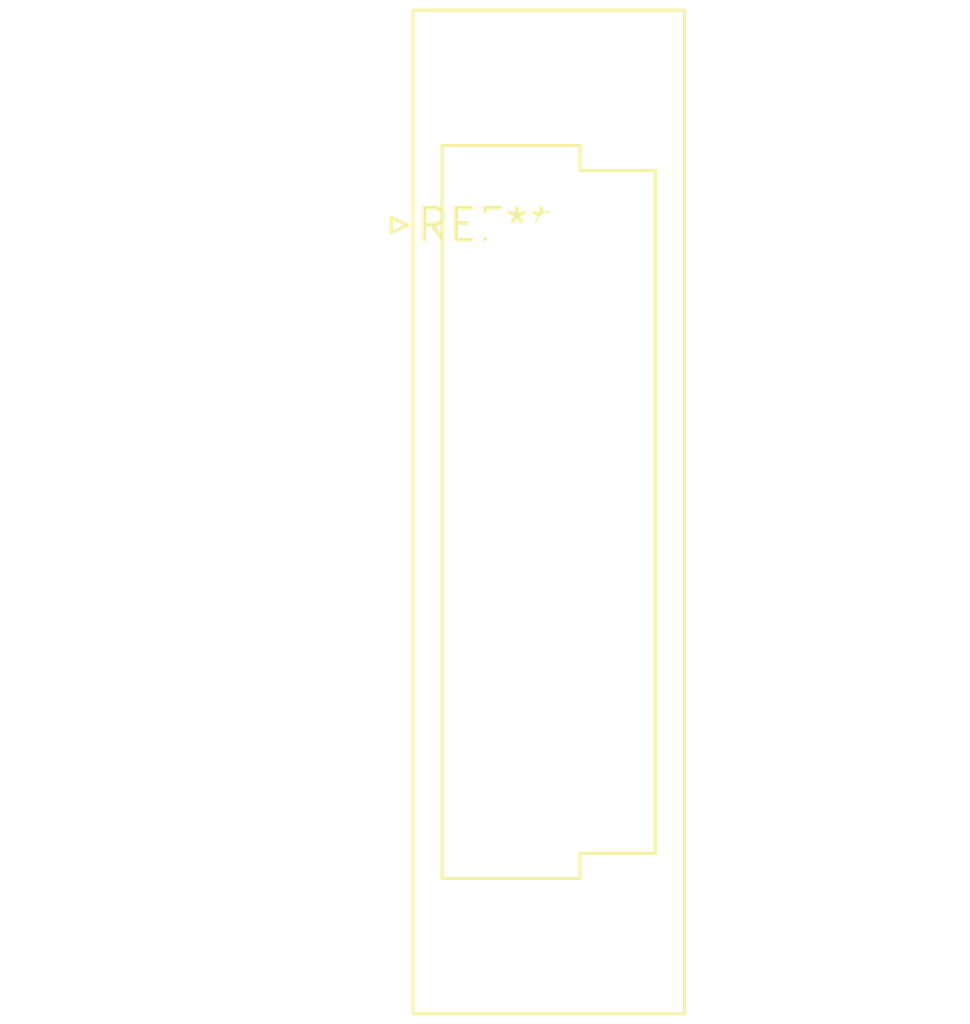
<source format=kicad_pcb>
(kicad_pcb (version 20240108) (generator pcbnew)
  (layers (0 "F.Cu" signal) (31 "B.Cu" signal) (34 "B.Paste" user) (35 "F.Paste" user) (36 "B.SilkS" user "B.Silkscreen") (37 "F.SilkS" user "F.Silkscreen") (38 "B.Mask" user) (39 "F.Mask" user) (44 "Edge.Cuts" user))
  (net 0 "")
  (footprint "DIN41612_C3_3x10_Female_Vertical_THT" (layer "F.Cu") (at 0 0)
    (property "Reference" "REF**")
    (property "Value" "DIN41612_C3_3x10_Female_Vertical_THT")
    (fp_line (start -3.74 -0.3) (end -3.74 0.3) (layer "F.SilkS") (stroke (width 0.12)))
    (fp_line (start -3.74 0.3) (end -3.06 0) (layer "F.SilkS") (stroke (width 0.12)))
    (fp_line (start -3.06 0) (end -3.74 -0.3) (layer "F.SilkS") (stroke (width 0.12)))
    (fp_line (start -2.87 -8.56) (end 7.95 -8.56) (layer "F.SilkS") (stroke (width 0.12)))
    (fp_line (start -2.87 31.42) (end -2.87 -8.56) (layer "F.SilkS") (stroke (width 0.12)))
    (fp_line (start -1.71 -3.17) (end 3.79 -3.17) (layer "F.SilkS") (stroke (width 0.12)))
    (fp_line (start -1.71 26.03) (end -1.71 -3.17) (layer "F.SilkS") (stroke (width 0.12)))
    (fp_line (start 3.79 -3.17) (end 3.79 -2.17) (layer "F.SilkS") (stroke (width 0.12)))
    (fp_line (start 3.79 -2.17) (end 6.79 -2.17) (layer "F.SilkS") (stroke (width 0.12)))
    (fp_line (start 3.79 25.03) (end 3.79 26.03) (layer "F.SilkS") (stroke (width 0.12)))
    (fp_line (start 3.79 26.03) (end -1.71 26.03) (layer "F.SilkS") (stroke (width 0.12)))
    (fp_line (start 6.79 -2.17) (end 6.79 25.03) (layer "F.SilkS") (stroke (width 0.12)))
    (fp_line (start 6.79 25.03) (end 3.79 25.03) (layer "F.SilkS") (stroke (width 0.12)))
    (fp_line (start 7.95 -8.56) (end 7.95 31.42) (layer "F.SilkS") (stroke (width 0.12)))
    (fp_line (start 7.95 31.42) (end -2.87 31.42) (layer "F.SilkS") (stroke (width 0.12)))
    (pad "" np_thru_hole circle (at 2.24 -5.95) (size 2.85 2.85) (drill 2.85) (layers *.Cu *.Mask))
    (pad "" np_thru_hole circle (at 2.24 28.81) (size 2.85 2.85) (drill 2.85) (layers *.Cu *.Mask))
    (pad "a1" thru_hole roundrect (at 0 0) (size 1.55 1.55) (drill 1) (layers *.Cu *.Mask) (remove_unused_layers) (roundrect_rratio 0.16129))
    (pad "a2" thru_hole circle (at 0 2.54) (size 1.55 1.55) (drill 1) (layers *.Cu *.Mask) (remove_unused_layers))
    (pad "a3" thru_hole circle (at 0 5.08) (size 1.55 1.55) (drill 1) (layers *.Cu *.Mask) (remove_unused_layers))
    (pad "a4" thru_hole circle (at 0 7.62) (size 1.55 1.55) (drill 1) (layers *.Cu *.Mask) (remove_unused_layers))
    (pad "a5" thru_hole circle (at 0 10.16) (size 1.55 1.55) (drill 1) (layers *.Cu *.Mask) (remove_unused_layers))
    (pad "a6" thru_hole circle (at 0 12.7) (size 1.55 1.55) (drill 1) (layers *.Cu *.Mask) (remove_unused_layers))
    (pad "a7" thru_hole circle (at 0 15.24) (size 1.55 1.55) (drill 1) (layers *.Cu *.Mask) (remove_unused_layers))
    (pad "a8" thru_hole circle (at 0 17.78) (size 1.55 1.55) (drill 1) (layers *.Cu *.Mask) (remove_unused_layers))
    (pad "a9" thru_hole circle (at 0 20.32) (size 1.55 1.55) (drill 1) (layers *.Cu *.Mask) (remove_unused_layers))
    (pad "a10" thru_hole circle (at 0 22.86) (size 1.55 1.55) (drill 1) (layers *.Cu *.Mask) (remove_unused_layers))
    (pad "b1" thru_hole circle (at 2.54 0) (size 1.55 1.55) (drill 1) (layers *.Cu *.Mask) (remove_unused_layers))
    (pad "b2" thru_hole circle (at 2.54 2.54) (size 1.55 1.55) (drill 1) (layers *.Cu *.Mask) (remove_unused_layers))
    (pad "b3" thru_hole circle (at 2.54 5.08) (size 1.55 1.55) (drill 1) (layers *.Cu *.Mask) (remove_unused_layers))
    (pad "b4" thru_hole circle (at 2.54 7.62) (size 1.55 1.55) (drill 1) (layers *.Cu *.Mask) (remove_unused_layers))
    (pad "b5" thru_hole circle (at 2.54 10.16) (size 1.55 1.55) (drill 1) (layers *.Cu *.Mask) (remove_unused_layers))
    (pad "b6" thru_hole circle (at 2.54 12.7) (size 1.55 1.55) (drill 1) (layers *.Cu *.Mask) (remove_unused_layers))
    (pad "b7" thru_hole circle (at 2.54 15.24) (size 1.55 1.55) (drill 1) (layers *.Cu *.Mask) (remove_unused_layers))
    (pad "b8" thru_hole circle (at 2.54 17.78) (size 1.55 1.55) (drill 1) (layers *.Cu *.Mask) (remove_unused_layers))
    (pad "b9" thru_hole circle (at 2.54 20.32) (size 1.55 1.55) (drill 1) (layers *.Cu *.Mask) (remove_unused_layers))
    (pad "b10" thru_hole circle (at 2.54 22.86) (size 1.55 1.55) (drill 1) (layers *.Cu *.Mask) (remove_unused_layers))
    (pad "c1" thru_hole circle (at 5.08 0) (size 1.55 1.55) (drill 1) (layers *.Cu *.Mask) (remove_unused_layers))
    (pad "c2" thru_hole circle (at 5.08 2.54) (size 1.55 1.55) (drill 1) (layers *.Cu *.Mask) (remove_unused_layers))
    (pad "c3" thru_hole circle (at 5.08 5.08) (size 1.55 1.55) (drill 1) (layers *.Cu *.Mask) (remove_unused_layers))
    (pad "c4" thru_hole circle (at 5.08 7.62) (size 1.55 1.55) (drill 1) (layers *.Cu *.Mask) (remove_unused_layers))
    (pad "c5" thru_hole circle (at 5.08 10.16) (size 1.55 1.55) (drill 1) (layers *.Cu *.Mask) (remove_unused_layers))
    (pad "c6" thru_hole circle (at 5.08 12.7) (size 1.55 1.55) (drill 1) (layers *.Cu *.Mask) (remove_unused_layers))
    (pad "c7" thru_hole circle (at 5.08 15.24) (size 1.55 1.55) (drill 1) (layers *.Cu *.Mask) (remove_unused_layers))
    (pad "c8" thru_hole circle (at 5.08 17.78) (size 1.55 1.55) (drill 1) (layers *.Cu *.Mask) (remove_unused_layers))
    (pad "c9" thru_hole circle (at 5.08 20.32) (size 1.55 1.55) (drill 1) (layers *.Cu *.Mask) (remove_unused_layers))
    (pad "c10" thru_hole circle (at 5.08 22.86) (size 1.55 1.55) (drill 1) (layers *.Cu *.Mask) (remove_unused_layers))
  )
)
</source>
